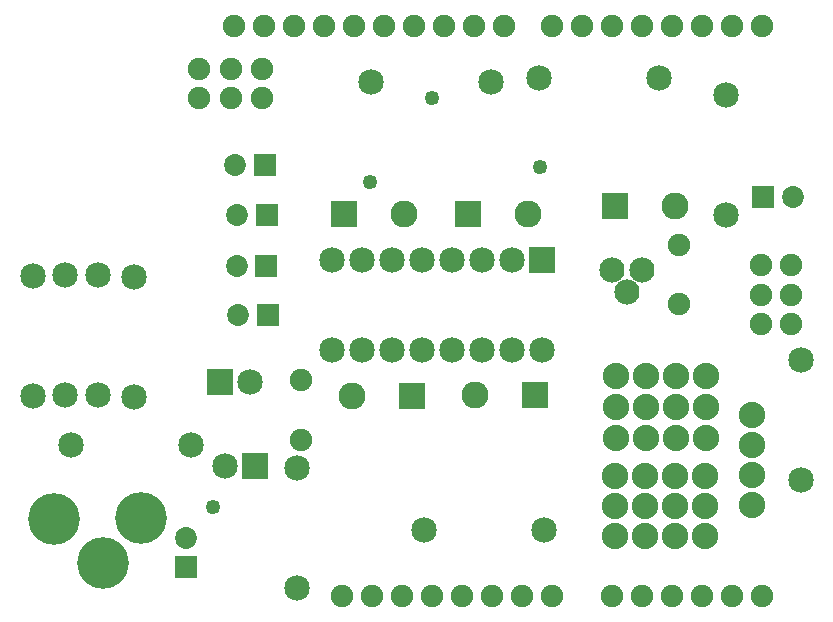
<source format=gbs>
G04 MADE WITH FRITZING*
G04 WWW.FRITZING.ORG*
G04 DOUBLE SIDED*
G04 HOLES PLATED*
G04 CONTOUR ON CENTER OF CONTOUR VECTOR*
%ASAXBY*%
%FSLAX23Y23*%
%MOIN*%
%OFA0B0*%
%SFA1.0B1.0*%
%ADD10C,0.049370*%
%ADD11C,0.088000*%
%ADD12C,0.075000*%
%ADD13C,0.072992*%
%ADD14C,0.090000*%
%ADD15C,0.085000*%
%ADD16C,0.075278*%
%ADD17C,0.084000*%
%ADD18C,0.172000*%
%ADD19R,0.072992X0.072992*%
%ADD20R,0.090000X0.089986*%
%ADD21R,0.085000X0.085000*%
%LNMASK0*%
G90*
G70*
G54D10*
X1199Y1491D03*
X1765Y1540D03*
X1404Y1769D03*
X673Y407D03*
G54D11*
X2015Y310D03*
X2115Y310D03*
X2215Y310D03*
X2315Y310D03*
X2471Y714D03*
X2471Y614D03*
X2471Y514D03*
X2471Y414D03*
X2015Y512D03*
X2115Y512D03*
X2215Y512D03*
X2315Y512D03*
X2015Y412D03*
X2115Y412D03*
X2215Y412D03*
X2315Y412D03*
X2018Y636D03*
X2118Y636D03*
X2218Y636D03*
X2318Y636D03*
X2018Y740D03*
X2118Y740D03*
X2218Y740D03*
X2318Y740D03*
X2018Y843D03*
X2118Y843D03*
X2218Y843D03*
X2318Y843D03*
G54D12*
X966Y632D03*
X966Y829D03*
X2226Y1083D03*
X2226Y1279D03*
G54D13*
X2509Y1439D03*
X2608Y1439D03*
X846Y1547D03*
X748Y1547D03*
X853Y1380D03*
X754Y1380D03*
X851Y1211D03*
X753Y1211D03*
X857Y1048D03*
X758Y1048D03*
G54D14*
X2015Y1411D03*
X2215Y1411D03*
X1747Y779D03*
X1547Y779D03*
X1337Y778D03*
X1137Y778D03*
X1110Y1384D03*
X1310Y1384D03*
X1523Y1385D03*
X1723Y1385D03*
G54D15*
X602Y613D03*
X202Y613D03*
G54D16*
X2103Y111D03*
X2203Y111D03*
X2303Y111D03*
X2403Y111D03*
X2503Y111D03*
X1643Y2011D03*
X1543Y2011D03*
X1443Y2011D03*
X1343Y2011D03*
X1243Y2011D03*
X1143Y2011D03*
X1043Y2011D03*
X943Y2011D03*
X843Y2011D03*
X743Y2011D03*
X2503Y2011D03*
X2403Y2011D03*
X2303Y2011D03*
X2203Y2011D03*
X2103Y2011D03*
X2003Y2011D03*
X1903Y2011D03*
X1803Y2011D03*
X1203Y111D03*
X1103Y111D03*
X1303Y111D03*
X1403Y111D03*
X1503Y111D03*
X1603Y111D03*
X1703Y111D03*
X1803Y111D03*
X2003Y111D03*
X2601Y1214D03*
X2501Y1214D03*
X2601Y1115D03*
X2501Y1115D03*
X2601Y1016D03*
X2501Y1016D03*
X733Y1868D03*
X733Y1769D03*
X837Y1868D03*
X837Y1769D03*
X629Y1868D03*
X629Y1769D03*
G54D17*
X2104Y1198D03*
X2054Y1123D03*
X2004Y1198D03*
G54D15*
X1772Y1229D03*
X1772Y929D03*
X1672Y1229D03*
X1672Y929D03*
X1572Y1229D03*
X1572Y929D03*
X1472Y1229D03*
X1472Y929D03*
X1372Y1229D03*
X1372Y929D03*
X1272Y1229D03*
X1272Y929D03*
X1172Y1229D03*
X1172Y929D03*
X1072Y1229D03*
X1072Y929D03*
X814Y545D03*
X714Y545D03*
X699Y824D03*
X799Y824D03*
G54D18*
X433Y369D03*
X145Y368D03*
X308Y221D03*
G54D13*
X584Y206D03*
X584Y305D03*
G54D15*
X412Y1175D03*
X412Y775D03*
X291Y1179D03*
X291Y779D03*
X181Y1180D03*
X181Y780D03*
X73Y1178D03*
X73Y778D03*
X2634Y498D03*
X2634Y898D03*
X2385Y1380D03*
X2385Y1780D03*
X953Y536D03*
X953Y136D03*
X1376Y330D03*
X1776Y330D03*
X1760Y1838D03*
X2160Y1838D03*
X1200Y1824D03*
X1600Y1824D03*
G54D19*
X2509Y1439D03*
X846Y1547D03*
X853Y1380D03*
X851Y1211D03*
X857Y1048D03*
G54D20*
X2015Y1411D03*
X1747Y779D03*
X1337Y778D03*
X1110Y1384D03*
X1523Y1385D03*
G54D21*
X1772Y1229D03*
X814Y545D03*
X699Y824D03*
G54D19*
X584Y206D03*
G04 End of Mask0*
M02*
</source>
